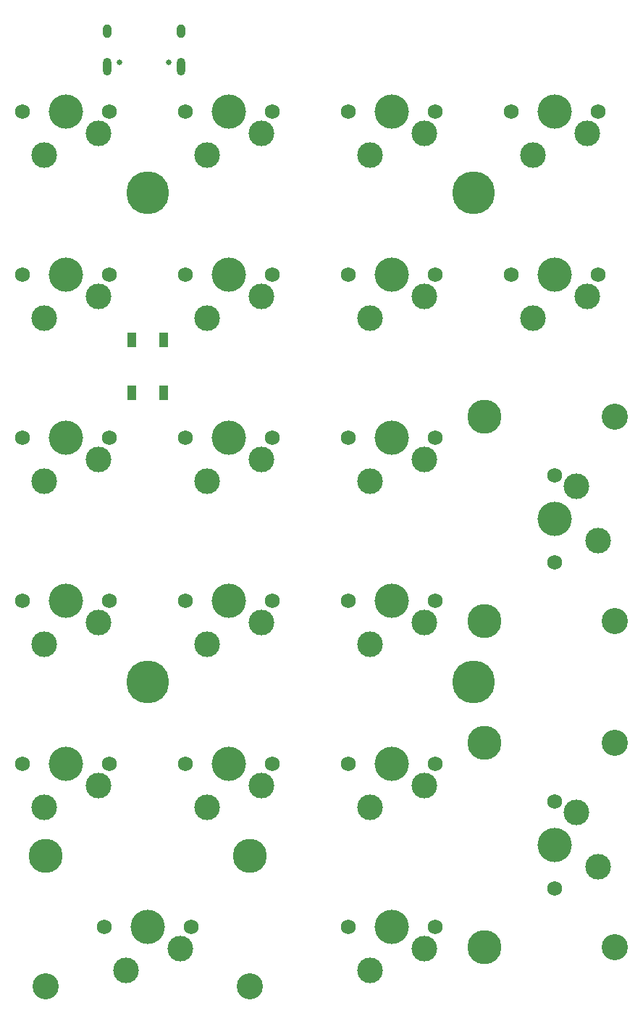
<source format=gts>
G04 #@! TF.GenerationSoftware,KiCad,Pcbnew,(5.1.10)-1*
G04 #@! TF.CreationDate,2021-06-25T21:48:55+02:00*
G04 #@! TF.ProjectId,tfk21-avr,74666b32-312d-4617-9672-2e6b69636164,A*
G04 #@! TF.SameCoordinates,Original*
G04 #@! TF.FileFunction,Soldermask,Top*
G04 #@! TF.FilePolarity,Negative*
%FSLAX46Y46*%
G04 Gerber Fmt 4.6, Leading zero omitted, Abs format (unit mm)*
G04 Created by KiCad (PCBNEW (5.1.10)-1) date 2021-06-25 21:48:55*
%MOMM*%
%LPD*%
G01*
G04 APERTURE LIST*
%ADD10O,1.000000X2.100000*%
%ADD11C,0.650000*%
%ADD12O,1.000000X1.600000*%
%ADD13R,1.100000X1.800000*%
%ADD14C,1.750000*%
%ADD15C,4.000000*%
%ADD16C,3.000000*%
%ADD17C,3.987800*%
%ADD18C,3.048000*%
%ADD19C,5.000000*%
G04 APERTURE END LIST*
D10*
X130129375Y-43214375D03*
X121489375Y-43214375D03*
D11*
X122919375Y-42684375D03*
D12*
X121489375Y-39034375D03*
D11*
X128699375Y-42684375D03*
D12*
X130129375Y-39034375D03*
D13*
X128056250Y-81284375D03*
X124356250Y-75084375D03*
X124356250Y-81284375D03*
X128056250Y-75084375D03*
D14*
X173831250Y-139223750D03*
X173831250Y-129063750D03*
D15*
X173831250Y-134143750D03*
D16*
X178911250Y-136683750D03*
X176371250Y-130333750D03*
D14*
X121126250Y-143668750D03*
X131286250Y-143668750D03*
D15*
X126206250Y-143668750D03*
D16*
X123666250Y-148748750D03*
X130016250Y-146208750D03*
D14*
X173831250Y-101123750D03*
X173831250Y-90963750D03*
D15*
X173831250Y-96043750D03*
D16*
X178911250Y-98583750D03*
X176371250Y-92233750D03*
D14*
X149701250Y-143668750D03*
X159861250Y-143668750D03*
D15*
X154781250Y-143668750D03*
D16*
X152241250Y-148748750D03*
X158591250Y-146208750D03*
D14*
X149701250Y-124618750D03*
X159861250Y-124618750D03*
D15*
X154781250Y-124618750D03*
D16*
X152241250Y-129698750D03*
X158591250Y-127158750D03*
D14*
X130651250Y-124618750D03*
X140811250Y-124618750D03*
D15*
X135731250Y-124618750D03*
D16*
X133191250Y-129698750D03*
X139541250Y-127158750D03*
D14*
X111601250Y-124618750D03*
X121761250Y-124618750D03*
D15*
X116681250Y-124618750D03*
D16*
X114141250Y-129698750D03*
X120491250Y-127158750D03*
D14*
X149701250Y-105568750D03*
X159861250Y-105568750D03*
D15*
X154781250Y-105568750D03*
D16*
X152241250Y-110648750D03*
X158591250Y-108108750D03*
D14*
X130651250Y-105568750D03*
X140811250Y-105568750D03*
D15*
X135731250Y-105568750D03*
D16*
X133191250Y-110648750D03*
X139541250Y-108108750D03*
D14*
X111601250Y-105568750D03*
X121761250Y-105568750D03*
D15*
X116681250Y-105568750D03*
D16*
X114141250Y-110648750D03*
X120491250Y-108108750D03*
D14*
X149701250Y-86518750D03*
X159861250Y-86518750D03*
D15*
X154781250Y-86518750D03*
D16*
X152241250Y-91598750D03*
X158591250Y-89058750D03*
D14*
X130651250Y-86518750D03*
X140811250Y-86518750D03*
D15*
X135731250Y-86518750D03*
D16*
X133191250Y-91598750D03*
X139541250Y-89058750D03*
D14*
X111601250Y-86518750D03*
X121761250Y-86518750D03*
D15*
X116681250Y-86518750D03*
D16*
X114141250Y-91598750D03*
X120491250Y-89058750D03*
D14*
X168751250Y-67468750D03*
X178911250Y-67468750D03*
D15*
X173831250Y-67468750D03*
D16*
X171291250Y-72548750D03*
X177641250Y-70008750D03*
D14*
X149701250Y-67468750D03*
X159861250Y-67468750D03*
D15*
X154781250Y-67468750D03*
D16*
X152241250Y-72548750D03*
X158591250Y-70008750D03*
D14*
X130651250Y-67468750D03*
X140811250Y-67468750D03*
D15*
X135731250Y-67468750D03*
D16*
X133191250Y-72548750D03*
X139541250Y-70008750D03*
D14*
X111601250Y-67468750D03*
X121761250Y-67468750D03*
D15*
X116681250Y-67468750D03*
D16*
X114141250Y-72548750D03*
X120491250Y-70008750D03*
D14*
X168751250Y-48418750D03*
X178911250Y-48418750D03*
D15*
X173831250Y-48418750D03*
D16*
X171291250Y-53498750D03*
X177641250Y-50958750D03*
D14*
X149701250Y-48418750D03*
X159861250Y-48418750D03*
D15*
X154781250Y-48418750D03*
D16*
X152241250Y-53498750D03*
X158591250Y-50958750D03*
D14*
X130651250Y-48418750D03*
X140811250Y-48418750D03*
D15*
X135731250Y-48418750D03*
D16*
X133191250Y-53498750D03*
X139541250Y-50958750D03*
D14*
X111601250Y-48418750D03*
X121761250Y-48418750D03*
D15*
X116681250Y-48418750D03*
D16*
X114141250Y-53498750D03*
X120491250Y-50958750D03*
D17*
X138144250Y-135413750D03*
X114268250Y-135413750D03*
D18*
X138144250Y-150653750D03*
X114268250Y-150653750D03*
D17*
X165576250Y-122205750D03*
X165576250Y-146081750D03*
D18*
X180816250Y-122205750D03*
X180816250Y-146081750D03*
D17*
X165576250Y-84105750D03*
X165576250Y-107981750D03*
D18*
X180816250Y-84105750D03*
X180816250Y-107981750D03*
D19*
X164306250Y-115093750D03*
X126206250Y-115093750D03*
X164306250Y-57943750D03*
X126206250Y-57943750D03*
M02*

</source>
